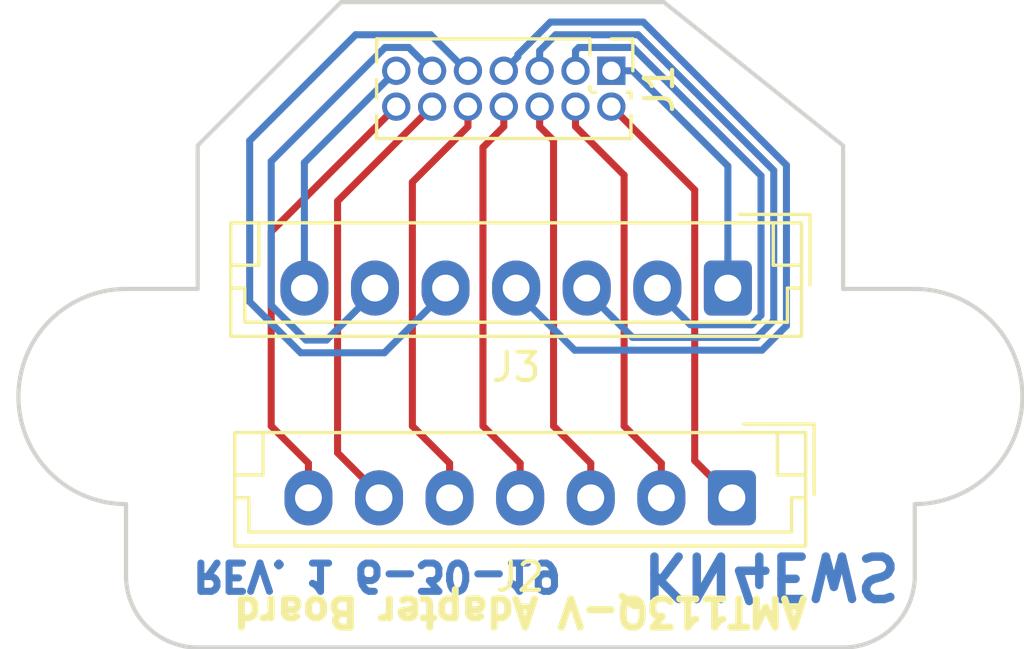
<source format=kicad_pcb>
(kicad_pcb (version 20171130) (host pcbnew 5.0.2-bee76a0~70~ubuntu16.04.1)

  (general
    (thickness 1.6)
    (drawings 18)
    (tracks 86)
    (zones 0)
    (modules 5)
    (nets 15)
  )

  (page A4)
  (layers
    (0 F.Cu signal)
    (31 B.Cu signal)
    (32 B.Adhes user)
    (33 F.Adhes user)
    (34 B.Paste user)
    (35 F.Paste user)
    (36 B.SilkS user)
    (37 F.SilkS user)
    (38 B.Mask user)
    (39 F.Mask user)
    (40 Dwgs.User user)
    (41 Cmts.User user)
    (42 Eco1.User user)
    (43 Eco2.User user)
    (44 Edge.Cuts user)
    (45 Margin user)
    (46 B.CrtYd user)
    (47 F.CrtYd user)
    (48 B.Fab user hide)
    (49 F.Fab user hide)
  )

  (setup
    (last_trace_width 0.25)
    (trace_clearance 0.2)
    (zone_clearance 0.508)
    (zone_45_only no)
    (trace_min 0.2)
    (segment_width 0.2)
    (edge_width 0.15)
    (via_size 0.8)
    (via_drill 0.4)
    (via_min_size 0.4)
    (via_min_drill 0.3)
    (uvia_size 0.3)
    (uvia_drill 0.1)
    (uvias_allowed no)
    (uvia_min_size 0.2)
    (uvia_min_drill 0.1)
    (pcb_text_width 0.3)
    (pcb_text_size 1.5 1.5)
    (mod_edge_width 0.15)
    (mod_text_size 1 1)
    (mod_text_width 0.15)
    (pad_size 1.524 1.524)
    (pad_drill 0.762)
    (pad_to_mask_clearance 0.051)
    (solder_mask_min_width 0.25)
    (aux_axis_origin 0 0)
    (visible_elements FFFFFF7F)
    (pcbplotparams
      (layerselection 0x010fc_ffffffff)
      (usegerberextensions false)
      (usegerberattributes false)
      (usegerberadvancedattributes false)
      (creategerberjobfile false)
      (excludeedgelayer true)
      (linewidth 0.100000)
      (plotframeref false)
      (viasonmask false)
      (mode 1)
      (useauxorigin false)
      (hpglpennumber 1)
      (hpglpenspeed 20)
      (hpglpendiameter 15.000000)
      (psnegative false)
      (psa4output false)
      (plotreference true)
      (plotvalue true)
      (plotinvisibletext false)
      (padsonsilk false)
      (subtractmaskfromsilk false)
      (outputformat 1)
      (mirror false)
      (drillshape 1)
      (scaleselection 1)
      (outputdirectory ""))
  )

  (net 0 "")
  (net 1 RX_ENC+)
  (net 2 TX_ENC+)
  (net 3 GND)
  (net 4 +5V)
  (net 5 B+)
  (net 6 B-)
  (net 7 A+)
  (net 8 A-)
  (net 9 Z+)
  (net 10 Z-)
  (net 11 MCLTB)
  (net 12 NC_1)
  (net 13 NC_2)
  (net 14 NC_3)

  (net_class Default "This is the default net class."
    (clearance 0.2)
    (trace_width 0.25)
    (via_dia 0.8)
    (via_drill 0.4)
    (uvia_dia 0.3)
    (uvia_drill 0.1)
    (add_net +5V)
    (add_net A+)
    (add_net A-)
    (add_net B+)
    (add_net B-)
    (add_net GND)
    (add_net MCLTB)
    (add_net NC_1)
    (add_net NC_2)
    (add_net NC_3)
    (add_net RX_ENC+)
    (add_net TX_ENC+)
    (add_net Z+)
    (add_net Z-)
  )

  (module Connector_PinHeader_1.27mm:PinHeader_2x07_P1.27mm_Vertical (layer F.Cu) (tedit 59FED6E3) (tstamp 5D2CDEEC)
    (at 142.6051 84.441164 270)
    (descr "Through hole straight pin header, 2x07, 1.27mm pitch, double rows")
    (tags "Through hole pin header THT 2x07 1.27mm double row")
    (path /5D195248)
    (fp_text reference J1 (at 0.635 -1.695 270) (layer F.SilkS)
      (effects (font (size 1 1) (thickness 0.15)))
    )
    (fp_text value Conn_02x07_Odd_Even (at 0.635 9.315 270) (layer F.Fab)
      (effects (font (size 1 1) (thickness 0.15)))
    )
    (fp_line (start -0.2175 -0.635) (end 2.34 -0.635) (layer F.Fab) (width 0.1))
    (fp_line (start 2.34 -0.635) (end 2.34 8.255) (layer F.Fab) (width 0.1))
    (fp_line (start 2.34 8.255) (end -1.07 8.255) (layer F.Fab) (width 0.1))
    (fp_line (start -1.07 8.255) (end -1.07 0.2175) (layer F.Fab) (width 0.1))
    (fp_line (start -1.07 0.2175) (end -0.2175 -0.635) (layer F.Fab) (width 0.1))
    (fp_line (start -1.13 8.315) (end -0.30753 8.315) (layer F.SilkS) (width 0.12))
    (fp_line (start 1.57753 8.315) (end 2.4 8.315) (layer F.SilkS) (width 0.12))
    (fp_line (start 0.30753 8.315) (end 0.96247 8.315) (layer F.SilkS) (width 0.12))
    (fp_line (start -1.13 0.76) (end -1.13 8.315) (layer F.SilkS) (width 0.12))
    (fp_line (start 2.4 -0.695) (end 2.4 8.315) (layer F.SilkS) (width 0.12))
    (fp_line (start -1.13 0.76) (end -0.563471 0.76) (layer F.SilkS) (width 0.12))
    (fp_line (start 0.563471 0.76) (end 0.706529 0.76) (layer F.SilkS) (width 0.12))
    (fp_line (start 0.76 0.706529) (end 0.76 0.563471) (layer F.SilkS) (width 0.12))
    (fp_line (start 0.76 -0.563471) (end 0.76 -0.695) (layer F.SilkS) (width 0.12))
    (fp_line (start 0.76 -0.695) (end 0.96247 -0.695) (layer F.SilkS) (width 0.12))
    (fp_line (start 1.57753 -0.695) (end 2.4 -0.695) (layer F.SilkS) (width 0.12))
    (fp_line (start -1.13 0) (end -1.13 -0.76) (layer F.SilkS) (width 0.12))
    (fp_line (start -1.13 -0.76) (end 0 -0.76) (layer F.SilkS) (width 0.12))
    (fp_line (start -1.6 -1.15) (end -1.6 8.8) (layer F.CrtYd) (width 0.05))
    (fp_line (start -1.6 8.8) (end 2.85 8.8) (layer F.CrtYd) (width 0.05))
    (fp_line (start 2.85 8.8) (end 2.85 -1.15) (layer F.CrtYd) (width 0.05))
    (fp_line (start 2.85 -1.15) (end -1.6 -1.15) (layer F.CrtYd) (width 0.05))
    (fp_text user %R (at 0.635 3.81) (layer F.Fab)
      (effects (font (size 1 1) (thickness 0.15)))
    )
    (pad 1 thru_hole rect (at 0 0 270) (size 1 1) (drill 0.65) (layers *.Cu *.Mask)
      (net 1 RX_ENC+))
    (pad 2 thru_hole oval (at 1.27 0 270) (size 1 1) (drill 0.65) (layers *.Cu *.Mask)
      (net 2 TX_ENC+))
    (pad 3 thru_hole oval (at 0 1.27 270) (size 1 1) (drill 0.65) (layers *.Cu *.Mask)
      (net 12 NC_1))
    (pad 4 thru_hole oval (at 1.27 1.27 270) (size 1 1) (drill 0.65) (layers *.Cu *.Mask)
      (net 3 GND))
    (pad 5 thru_hole oval (at 0 2.54 270) (size 1 1) (drill 0.65) (layers *.Cu *.Mask)
      (net 13 NC_2))
    (pad 6 thru_hole oval (at 1.27 2.54 270) (size 1 1) (drill 0.65) (layers *.Cu *.Mask)
      (net 4 +5V))
    (pad 7 thru_hole oval (at 0 3.81 270) (size 1 1) (drill 0.65) (layers *.Cu *.Mask)
      (net 14 NC_3))
    (pad 8 thru_hole oval (at 1.27 3.81 270) (size 1 1) (drill 0.65) (layers *.Cu *.Mask)
      (net 5 B+))
    (pad 9 thru_hole oval (at 0 5.08 270) (size 1 1) (drill 0.65) (layers *.Cu *.Mask)
      (net 6 B-))
    (pad 10 thru_hole oval (at 1.27 5.08 270) (size 1 1) (drill 0.65) (layers *.Cu *.Mask)
      (net 7 A+))
    (pad 11 thru_hole oval (at 0 6.35 270) (size 1 1) (drill 0.65) (layers *.Cu *.Mask)
      (net 8 A-))
    (pad 12 thru_hole oval (at 1.27 6.35 270) (size 1 1) (drill 0.65) (layers *.Cu *.Mask)
      (net 9 Z+))
    (pad 13 thru_hole oval (at 0 7.62 270) (size 1 1) (drill 0.65) (layers *.Cu *.Mask)
      (net 10 Z-))
    (pad 14 thru_hole oval (at 1.27 7.62 270) (size 1 1) (drill 0.65) (layers *.Cu *.Mask)
      (net 11 MCLTB))
    (model ${KISYS3DMOD}/Connector_PinHeader_1.27mm.3dshapes/PinHeader_2x07_P1.27mm_Vertical.wrl
      (at (xyz 0 0 0))
      (scale (xyz 1 1 1))
      (rotate (xyz 0 0 0))
    )
  )

  (module Connector_JST:JST_EH_B07B-EH-A_1x07_P2.50mm_Vertical (layer F.Cu) (tedit 5B772AC7) (tstamp 5D2CFEA9)
    (at 146.732 92.1385 180)
    (descr "JST EH series connector, B07B-EH-A (http://www.jst-mfg.com/product/pdf/eng/eEH.pdf), generated with kicad-footprint-generator")
    (tags "connector JST EH side entry")
    (path /5D1954FA)
    (fp_text reference J3 (at 7.5 -2.8 180) (layer F.SilkS)
      (effects (font (size 1 1) (thickness 0.15)))
    )
    (fp_text value Conn_01x07_Male (at 7.5 3.4 180) (layer F.Fab)
      (effects (font (size 1 1) (thickness 0.15)))
    )
    (fp_text user %R (at 7.5 1.5 180) (layer F.Fab)
      (effects (font (size 1 1) (thickness 0.15)))
    )
    (fp_line (start -2.91 2.61) (end -0.41 2.61) (layer F.Fab) (width 0.1))
    (fp_line (start -2.91 0.11) (end -2.91 2.61) (layer F.Fab) (width 0.1))
    (fp_line (start -2.91 2.61) (end -0.41 2.61) (layer F.SilkS) (width 0.12))
    (fp_line (start -2.91 0.11) (end -2.91 2.61) (layer F.SilkS) (width 0.12))
    (fp_line (start 16.61 0.81) (end 16.61 2.31) (layer F.SilkS) (width 0.12))
    (fp_line (start 17.61 0.81) (end 16.61 0.81) (layer F.SilkS) (width 0.12))
    (fp_line (start -1.61 0.81) (end -1.61 2.31) (layer F.SilkS) (width 0.12))
    (fp_line (start -2.61 0.81) (end -1.61 0.81) (layer F.SilkS) (width 0.12))
    (fp_line (start 17.11 0) (end 17.61 0) (layer F.SilkS) (width 0.12))
    (fp_line (start 17.11 -1.21) (end 17.11 0) (layer F.SilkS) (width 0.12))
    (fp_line (start -2.11 -1.21) (end 17.11 -1.21) (layer F.SilkS) (width 0.12))
    (fp_line (start -2.11 0) (end -2.11 -1.21) (layer F.SilkS) (width 0.12))
    (fp_line (start -2.61 0) (end -2.11 0) (layer F.SilkS) (width 0.12))
    (fp_line (start 17.61 -1.71) (end -2.61 -1.71) (layer F.SilkS) (width 0.12))
    (fp_line (start 17.61 2.31) (end 17.61 -1.71) (layer F.SilkS) (width 0.12))
    (fp_line (start -2.61 2.31) (end 17.61 2.31) (layer F.SilkS) (width 0.12))
    (fp_line (start -2.61 -1.71) (end -2.61 2.31) (layer F.SilkS) (width 0.12))
    (fp_line (start 18 -2.1) (end -3 -2.1) (layer F.CrtYd) (width 0.05))
    (fp_line (start 18 2.7) (end 18 -2.1) (layer F.CrtYd) (width 0.05))
    (fp_line (start -3 2.7) (end 18 2.7) (layer F.CrtYd) (width 0.05))
    (fp_line (start -3 -2.1) (end -3 2.7) (layer F.CrtYd) (width 0.05))
    (fp_line (start 17.5 -1.6) (end -2.5 -1.6) (layer F.Fab) (width 0.1))
    (fp_line (start 17.5 2.2) (end 17.5 -1.6) (layer F.Fab) (width 0.1))
    (fp_line (start -2.5 2.2) (end 17.5 2.2) (layer F.Fab) (width 0.1))
    (fp_line (start -2.5 -1.6) (end -2.5 2.2) (layer F.Fab) (width 0.1))
    (pad 7 thru_hole oval (at 15 0 180) (size 1.7 1.95) (drill 0.95) (layers *.Cu *.Mask)
      (net 10 Z-))
    (pad 6 thru_hole oval (at 12.5 0 180) (size 1.7 1.95) (drill 0.95) (layers *.Cu *.Mask)
      (net 8 A-))
    (pad 5 thru_hole oval (at 10 0 180) (size 1.7 1.95) (drill 0.95) (layers *.Cu *.Mask)
      (net 6 B-))
    (pad 4 thru_hole oval (at 7.5 0 180) (size 1.7 1.95) (drill 0.95) (layers *.Cu *.Mask)
      (net 14 NC_3))
    (pad 3 thru_hole oval (at 5 0 180) (size 1.7 1.95) (drill 0.95) (layers *.Cu *.Mask)
      (net 13 NC_2))
    (pad 2 thru_hole oval (at 2.5 0 180) (size 1.7 1.95) (drill 0.95) (layers *.Cu *.Mask)
      (net 12 NC_1))
    (pad 1 thru_hole roundrect (at 0 0 180) (size 1.7 1.95) (drill 0.95) (layers *.Cu *.Mask) (roundrect_rratio 0.147059)
      (net 1 RX_ENC+))
    (model ${KISYS3DMOD}/Connector_JST.3dshapes/JST_EH_B07B-EH-A_1x07_P2.50mm_Vertical.wrl
      (at (xyz 0 0 0))
      (scale (xyz 1 1 1))
      (rotate (xyz 0 0 0))
    )
  )

  (module MountingHole:MountingHole_3.2mm_M3 (layer F.Cu) (tedit 5D195393) (tstamp 5D3170A5)
    (at 153.353393 95.979652 90)
    (descr "Mounting Hole 3.2mm, no annular, M3")
    (tags "mounting hole 3.2mm no annular m3")
    (attr virtual)
    (fp_text reference "" (at 0 -4.2 90) (layer F.SilkS)
      (effects (font (size 1 1) (thickness 0.15)))
    )
    (fp_text value MountingHole_3.2mm_M3 (at 0 4.2 90) (layer F.Fab)
      (effects (font (size 1 1) (thickness 0.15)))
    )
    (fp_circle (center 0 0) (end 3.45 0) (layer F.CrtYd) (width 0.05))
    (fp_circle (center 0 0) (end 3.2 0) (layer Cmts.User) (width 0.15))
    (fp_text user %R (at 0.3 0 90) (layer F.Fab)
      (effects (font (size 1 1) (thickness 0.15)))
    )
    (pad 1 np_thru_hole circle (at 0 0 90) (size 3.2 3.2) (drill 3.2) (layers *.Cu *.Mask))
  )

  (module Connector_JST:JST_EH_B07B-EH-A_1x07_P2.50mm_Vertical (layer F.Cu) (tedit 5B772AC7) (tstamp 5D25B403)
    (at 146.8755 99.568 180)
    (descr "JST EH series connector, B07B-EH-A (http://www.jst-mfg.com/product/pdf/eng/eEH.pdf), generated with kicad-footprint-generator")
    (tags "connector JST EH side entry")
    (path /5D19539C)
    (fp_text reference J2 (at 7.5 -2.8 180) (layer F.SilkS)
      (effects (font (size 1 1) (thickness 0.15)))
    )
    (fp_text value Conn_01x07_Male (at 7.5 3.4 180) (layer F.Fab)
      (effects (font (size 1 1) (thickness 0.15)))
    )
    (fp_line (start -2.5 -1.6) (end -2.5 2.2) (layer F.Fab) (width 0.1))
    (fp_line (start -2.5 2.2) (end 17.5 2.2) (layer F.Fab) (width 0.1))
    (fp_line (start 17.5 2.2) (end 17.5 -1.6) (layer F.Fab) (width 0.1))
    (fp_line (start 17.5 -1.6) (end -2.5 -1.6) (layer F.Fab) (width 0.1))
    (fp_line (start -3 -2.1) (end -3 2.7) (layer F.CrtYd) (width 0.05))
    (fp_line (start -3 2.7) (end 18 2.7) (layer F.CrtYd) (width 0.05))
    (fp_line (start 18 2.7) (end 18 -2.1) (layer F.CrtYd) (width 0.05))
    (fp_line (start 18 -2.1) (end -3 -2.1) (layer F.CrtYd) (width 0.05))
    (fp_line (start -2.61 -1.71) (end -2.61 2.31) (layer F.SilkS) (width 0.12))
    (fp_line (start -2.61 2.31) (end 17.61 2.31) (layer F.SilkS) (width 0.12))
    (fp_line (start 17.61 2.31) (end 17.61 -1.71) (layer F.SilkS) (width 0.12))
    (fp_line (start 17.61 -1.71) (end -2.61 -1.71) (layer F.SilkS) (width 0.12))
    (fp_line (start -2.61 0) (end -2.11 0) (layer F.SilkS) (width 0.12))
    (fp_line (start -2.11 0) (end -2.11 -1.21) (layer F.SilkS) (width 0.12))
    (fp_line (start -2.11 -1.21) (end 17.11 -1.21) (layer F.SilkS) (width 0.12))
    (fp_line (start 17.11 -1.21) (end 17.11 0) (layer F.SilkS) (width 0.12))
    (fp_line (start 17.11 0) (end 17.61 0) (layer F.SilkS) (width 0.12))
    (fp_line (start -2.61 0.81) (end -1.61 0.81) (layer F.SilkS) (width 0.12))
    (fp_line (start -1.61 0.81) (end -1.61 2.31) (layer F.SilkS) (width 0.12))
    (fp_line (start 17.61 0.81) (end 16.61 0.81) (layer F.SilkS) (width 0.12))
    (fp_line (start 16.61 0.81) (end 16.61 2.31) (layer F.SilkS) (width 0.12))
    (fp_line (start -2.91 0.11) (end -2.91 2.61) (layer F.SilkS) (width 0.12))
    (fp_line (start -2.91 2.61) (end -0.41 2.61) (layer F.SilkS) (width 0.12))
    (fp_line (start -2.91 0.11) (end -2.91 2.61) (layer F.Fab) (width 0.1))
    (fp_line (start -2.91 2.61) (end -0.41 2.61) (layer F.Fab) (width 0.1))
    (fp_text user %R (at 7.5 1.5 -90) (layer F.Fab)
      (effects (font (size 1 1) (thickness 0.15)))
    )
    (pad 1 thru_hole roundrect (at 0 0 180) (size 1.7 1.95) (drill 0.95) (layers *.Cu *.Mask) (roundrect_rratio 0.147059)
      (net 2 TX_ENC+))
    (pad 2 thru_hole oval (at 2.5 0 180) (size 1.7 1.95) (drill 0.95) (layers *.Cu *.Mask)
      (net 3 GND))
    (pad 3 thru_hole oval (at 5 0 180) (size 1.7 1.95) (drill 0.95) (layers *.Cu *.Mask)
      (net 4 +5V))
    (pad 4 thru_hole oval (at 7.5 0 180) (size 1.7 1.95) (drill 0.95) (layers *.Cu *.Mask)
      (net 5 B+))
    (pad 5 thru_hole oval (at 10 0 180) (size 1.7 1.95) (drill 0.95) (layers *.Cu *.Mask)
      (net 7 A+))
    (pad 6 thru_hole oval (at 12.5 0 180) (size 1.7 1.95) (drill 0.95) (layers *.Cu *.Mask)
      (net 9 Z+))
    (pad 7 thru_hole oval (at 15 0 180) (size 1.7 1.95) (drill 0.95) (layers *.Cu *.Mask)
      (net 11 MCLTB))
    (model ${KISYS3DMOD}/Connector_JST.3dshapes/JST_EH_B07B-EH-A_1x07_P2.50mm_Vertical.wrl
      (at (xyz 0 0 0))
      (scale (xyz 1 1 1))
      (rotate (xyz 0 0 0))
    )
  )

  (module MountingHole:MountingHole_3.2mm_M3 (layer F.Cu) (tedit 5D19538E) (tstamp 5D31702D)
    (at 125.413393 95.979652 90)
    (descr "Mounting Hole 3.2mm, no annular, M3")
    (tags "mounting hole 3.2mm no annular m3")
    (attr virtual)
    (fp_text reference "" (at 0 -4.2 90) (layer F.SilkS)
      (effects (font (size 1 1) (thickness 0.15)))
    )
    (fp_text value MountingHole_3.2mm_M3 (at 0 4.2 90) (layer F.Fab)
      (effects (font (size 1 1) (thickness 0.15)))
    )
    (fp_text user %R (at 0.3 0 90) (layer F.Fab)
      (effects (font (size 1 1) (thickness 0.15)))
    )
    (fp_circle (center 0 0) (end 3.2 0) (layer Cmts.User) (width 0.15))
    (fp_circle (center 0 0) (end 3.45 0) (layer F.CrtYd) (width 0.05))
    (pad 1 np_thru_hole circle (at 0 0 90) (size 3.2 3.2) (drill 3.2) (layers *.Cu *.Mask))
  )

  (gr_line (start 133.033393 82.009652) (end 144.463393 82.009652) (layer Edge.Cuts) (width 0.15))
  (gr_text "REV. 1 6-30-19" (at 134.303393 102.329652 180) (layer B.Cu) (tstamp 5D317D5C)
    (effects (font (size 1 1) (thickness 0.25)) (justify mirror))
  )
  (gr_text "REV. 1 6-30-19" (at 134.303393 102.329652 180) (layer B.Mask)
    (effects (font (size 1 1) (thickness 0.25)) (justify mirror))
  )
  (gr_text KN4EWS (at 148.273393 102.329652 180) (layer B.Cu)
    (effects (font (size 1.5 1.5) (thickness 0.3)) (justify mirror))
  )
  (gr_text "AMT113Q-V Adapter Board" (at 139.383393 103.599652 180) (layer F.SilkS)
    (effects (font (size 1 1) (thickness 0.25)))
  )
  (gr_line (start 150.813393 92.169652) (end 153.353393 92.169652) (layer Edge.Cuts) (width 0.15))
  (gr_line (start 150.813393 87.089652) (end 150.813393 92.169652) (layer Edge.Cuts) (width 0.15))
  (gr_line (start 144.463393 82.009652) (end 150.813393 87.089652) (layer Edge.Cuts) (width 0.15))
  (gr_line (start 127.953393 92.169652) (end 125.413393 92.169652) (layer Edge.Cuts) (width 0.15))
  (gr_line (start 127.953393 87.089652) (end 127.953393 92.169652) (layer Edge.Cuts) (width 0.15))
  (gr_line (start 133.033393 82.009652) (end 127.953393 87.089652) (layer Edge.Cuts) (width 0.15))
  (gr_line (start 153.353393 99.789652) (end 153.353393 102.329652) (layer Edge.Cuts) (width 0.15))
  (gr_line (start 125.413393 102.329652) (end 125.413393 99.789652) (layer Edge.Cuts) (width 0.15))
  (gr_line (start 150.813393 104.869652) (end 127.953393 104.869652) (layer Edge.Cuts) (width 0.15))
  (gr_arc (start 127.953393 102.329652) (end 125.413393 102.329652) (angle -90) (layer Edge.Cuts) (width 0.15) (tstamp 5D3170F6))
  (gr_arc (start 150.813393 102.329652) (end 150.813393 104.869652) (angle -90) (layer Edge.Cuts) (width 0.15))
  (gr_arc (start 153.353393 95.979652) (end 153.353393 99.789652) (angle -180) (layer Edge.Cuts) (width 0.15))
  (gr_arc (start 125.413393 95.979652) (end 125.413393 92.169652) (angle -180) (layer Edge.Cuts) (width 0.15))

  (segment (start 142.6051 84.441164) (end 142.6051 84.490162) (width 0.25) (layer B.Cu) (net 1))
  (segment (start 146.732 91.0635) (end 146.732 92.1385) (width 0.25) (layer B.Cu) (net 1))
  (segment (start 146.732 87.818064) (end 146.732 91.0635) (width 0.25) (layer B.Cu) (net 1))
  (segment (start 143.3551 84.441164) (end 146.732 87.818064) (width 0.25) (layer B.Cu) (net 1))
  (segment (start 142.6051 84.441164) (end 143.3551 84.441164) (width 0.25) (layer B.Cu) (net 1))
  (segment (start 145.55699 98.24949) (end 145.977128 98.669628) (width 0.25) (layer F.Cu) (net 2))
  (segment (start 145.977128 98.669628) (end 146.8755 99.568) (width 0.25) (layer F.Cu) (net 2))
  (segment (start 145.55699 88.663054) (end 145.55699 98.24949) (width 0.25) (layer F.Cu) (net 2))
  (segment (start 142.6051 85.711164) (end 145.55699 88.663054) (width 0.25) (layer F.Cu) (net 2))
  (segment (start 144.3755 99.443) (end 144.3755 99.568) (width 0.25) (layer F.Cu) (net 3))
  (segment (start 144.3755 98.343) (end 144.3755 99.568) (width 0.25) (layer F.Cu) (net 3))
  (segment (start 143.05699 88.14016) (end 143.05699 97.02449) (width 0.25) (layer F.Cu) (net 3))
  (segment (start 141.3351 86.41827) (end 143.05699 88.14016) (width 0.25) (layer F.Cu) (net 3))
  (segment (start 143.05699 97.02449) (end 144.3755 98.343) (width 0.25) (layer F.Cu) (net 3))
  (segment (start 141.3351 85.711164) (end 141.3351 86.41827) (width 0.25) (layer F.Cu) (net 3))
  (segment (start 140.55699 97.02449) (end 141.8755 98.343) (width 0.25) (layer F.Cu) (net 4))
  (segment (start 140.55699 86.91016) (end 140.55699 97.02449) (width 0.25) (layer F.Cu) (net 4))
  (segment (start 140.0651 86.41827) (end 140.55699 86.91016) (width 0.25) (layer F.Cu) (net 4))
  (segment (start 141.8755 98.343) (end 141.8755 99.568) (width 0.25) (layer F.Cu) (net 4))
  (segment (start 140.0651 85.711164) (end 140.0651 86.41827) (width 0.25) (layer F.Cu) (net 4))
  (segment (start 139.3755 98.343) (end 139.3755 99.568) (width 0.25) (layer F.Cu) (net 5))
  (segment (start 138.05699 97.02449) (end 139.3755 98.343) (width 0.25) (layer F.Cu) (net 5))
  (segment (start 138.05699 87.15638) (end 138.05699 97.02449) (width 0.25) (layer F.Cu) (net 5))
  (segment (start 138.7951 86.41827) (end 138.05699 87.15638) (width 0.25) (layer F.Cu) (net 5))
  (segment (start 138.7951 85.711164) (end 138.7951 86.41827) (width 0.25) (layer F.Cu) (net 5))
  (segment (start 136.201091 83.166154) (end 133.546646 83.166154) (width 0.25) (layer B.Cu) (net 6))
  (segment (start 137.476102 84.441164) (end 136.201091 83.166154) (width 0.25) (layer B.Cu) (net 6))
  (segment (start 137.5251 84.441164) (end 137.476102 84.441164) (width 0.25) (layer B.Cu) (net 6))
  (segment (start 133.546646 83.166154) (end 129.794 86.9188) (width 0.25) (layer B.Cu) (net 6))
  (segment (start 136.732 92.2635) (end 136.732 92.1385) (width 0.25) (layer B.Cu) (net 6))
  (segment (start 134.56549 94.43001) (end 136.732 92.2635) (width 0.25) (layer B.Cu) (net 6))
  (segment (start 131.600385 94.43001) (end 134.56549 94.43001) (width 0.25) (layer B.Cu) (net 6))
  (segment (start 129.794 92.623625) (end 131.600385 94.43001) (width 0.25) (layer B.Cu) (net 6))
  (segment (start 129.794 86.9188) (end 129.794 92.623625) (width 0.25) (layer B.Cu) (net 6))
  (segment (start 135.55699 97.02449) (end 136.8755 98.343) (width 0.25) (layer F.Cu) (net 7))
  (segment (start 136.8755 98.343) (end 136.8755 99.568) (width 0.25) (layer F.Cu) (net 7))
  (segment (start 135.55699 88.38638) (end 135.55699 97.02449) (width 0.25) (layer F.Cu) (net 7))
  (segment (start 137.5251 86.41827) (end 135.55699 88.38638) (width 0.25) (layer F.Cu) (net 7))
  (segment (start 137.5251 85.711164) (end 137.5251 86.41827) (width 0.25) (layer F.Cu) (net 7))
  (segment (start 130.55699 92.750205) (end 131.786785 93.98) (width 0.25) (layer B.Cu) (net 8))
  (segment (start 136.2551 84.441164) (end 135.430099 83.616163) (width 0.25) (layer B.Cu) (net 8))
  (segment (start 135.430099 83.616163) (end 134.589099 83.616163) (width 0.25) (layer B.Cu) (net 8))
  (segment (start 134.589099 83.616163) (end 130.55699 87.648272) (width 0.25) (layer B.Cu) (net 8))
  (segment (start 130.55699 87.648272) (end 130.55699 92.750205) (width 0.25) (layer B.Cu) (net 8))
  (segment (start 134.232 92.2635) (end 134.232 92.1385) (width 0.25) (layer B.Cu) (net 8))
  (segment (start 132.5155 93.98) (end 134.232 92.2635) (width 0.25) (layer B.Cu) (net 8))
  (segment (start 131.786785 93.98) (end 132.5155 93.98) (width 0.25) (layer B.Cu) (net 8))
  (segment (start 132.90701 89.059254) (end 132.90701 97.97451) (width 0.25) (layer F.Cu) (net 9))
  (segment (start 134.3755 99.443) (end 134.3755 99.568) (width 0.25) (layer F.Cu) (net 9))
  (segment (start 132.90701 97.97451) (end 134.3755 99.443) (width 0.25) (layer F.Cu) (net 9))
  (segment (start 136.2551 85.711164) (end 132.90701 89.059254) (width 0.25) (layer F.Cu) (net 9))
  (segment (start 131.732 87.694264) (end 131.732 92.1385) (width 0.25) (layer B.Cu) (net 10))
  (segment (start 134.9851 84.441164) (end 131.732 87.694264) (width 0.25) (layer B.Cu) (net 10))
  (segment (start 131.8755 98.343) (end 131.8755 99.568) (width 0.25) (layer F.Cu) (net 11))
  (segment (start 130.55699 97.02449) (end 131.8755 98.343) (width 0.25) (layer F.Cu) (net 11))
  (segment (start 130.55699 90.139274) (end 130.55699 97.02449) (width 0.25) (layer F.Cu) (net 11))
  (segment (start 134.9851 85.711164) (end 130.55699 90.139274) (width 0.25) (layer F.Cu) (net 11))
  (segment (start 141.3351 84.441164) (end 141.3351 84.126162) (width 0.25) (layer F.Cu) (net 12))
  (segment (start 145.40701 93.43851) (end 144.232 92.2635) (width 0.25) (layer B.Cu) (net 12))
  (segment (start 147.90701 93.10168) (end 147.57018 93.43851) (width 0.25) (layer B.Cu) (net 12))
  (segment (start 147.90701 88.158072) (end 147.90701 93.10168) (width 0.25) (layer B.Cu) (net 12))
  (segment (start 144.232 92.2635) (end 144.232 92.1385) (width 0.25) (layer B.Cu) (net 12))
  (segment (start 143.365101 83.616163) (end 147.90701 88.158072) (width 0.25) (layer B.Cu) (net 12))
  (segment (start 147.57018 93.43851) (end 145.40701 93.43851) (width 0.25) (layer B.Cu) (net 12))
  (segment (start 141.452995 83.616163) (end 143.365101 83.616163) (width 0.25) (layer B.Cu) (net 12))
  (segment (start 141.3351 83.734058) (end 141.452995 83.616163) (width 0.25) (layer B.Cu) (net 12))
  (segment (start 141.3351 84.441164) (end 141.3351 83.734058) (width 0.25) (layer B.Cu) (net 12))
  (segment (start 141.732 92.2635) (end 141.732 92.1385) (width 0.25) (layer B.Cu) (net 13))
  (segment (start 143.35702 93.88852) (end 141.732 92.2635) (width 0.25) (layer B.Cu) (net 13))
  (segment (start 147.75658 93.88852) (end 143.35702 93.88852) (width 0.25) (layer B.Cu) (net 13))
  (segment (start 148.357019 93.288081) (end 147.75658 93.88852) (width 0.25) (layer B.Cu) (net 13))
  (segment (start 148.35702 87.971672) (end 148.357019 93.288081) (width 0.25) (layer B.Cu) (net 13))
  (segment (start 140.633005 83.166153) (end 143.551502 83.166154) (width 0.25) (layer B.Cu) (net 13))
  (segment (start 140.0651 83.734058) (end 140.633005 83.166153) (width 0.25) (layer B.Cu) (net 13))
  (segment (start 143.551502 83.166154) (end 148.35702 87.971672) (width 0.25) (layer B.Cu) (net 13))
  (segment (start 140.0651 84.441164) (end 140.0651 83.734058) (width 0.25) (layer B.Cu) (net 13))
  (segment (start 139.232 92.2635) (end 139.232 92.1385) (width 0.25) (layer B.Cu) (net 14))
  (segment (start 141.30703 94.33853) (end 139.232 92.2635) (width 0.25) (layer B.Cu) (net 14))
  (segment (start 147.94298 94.33853) (end 141.30703 94.33853) (width 0.25) (layer B.Cu) (net 14))
  (segment (start 143.737903 82.716145) (end 148.807029 87.785273) (width 0.25) (layer B.Cu) (net 14))
  (segment (start 140.446606 82.716144) (end 143.737903 82.716145) (width 0.25) (layer B.Cu) (net 14))
  (segment (start 148.807029 87.785273) (end 148.807028 93.474482) (width 0.25) (layer B.Cu) (net 14))
  (segment (start 139.295099 83.867649) (end 140.446606 82.716144) (width 0.25) (layer B.Cu) (net 14))
  (segment (start 139.295099 83.941165) (end 139.295099 83.867649) (width 0.25) (layer B.Cu) (net 14))
  (segment (start 148.807028 93.474482) (end 147.94298 94.33853) (width 0.25) (layer B.Cu) (net 14))
  (segment (start 138.7951 84.441164) (end 139.295099 83.941165) (width 0.25) (layer B.Cu) (net 14))

)

</source>
